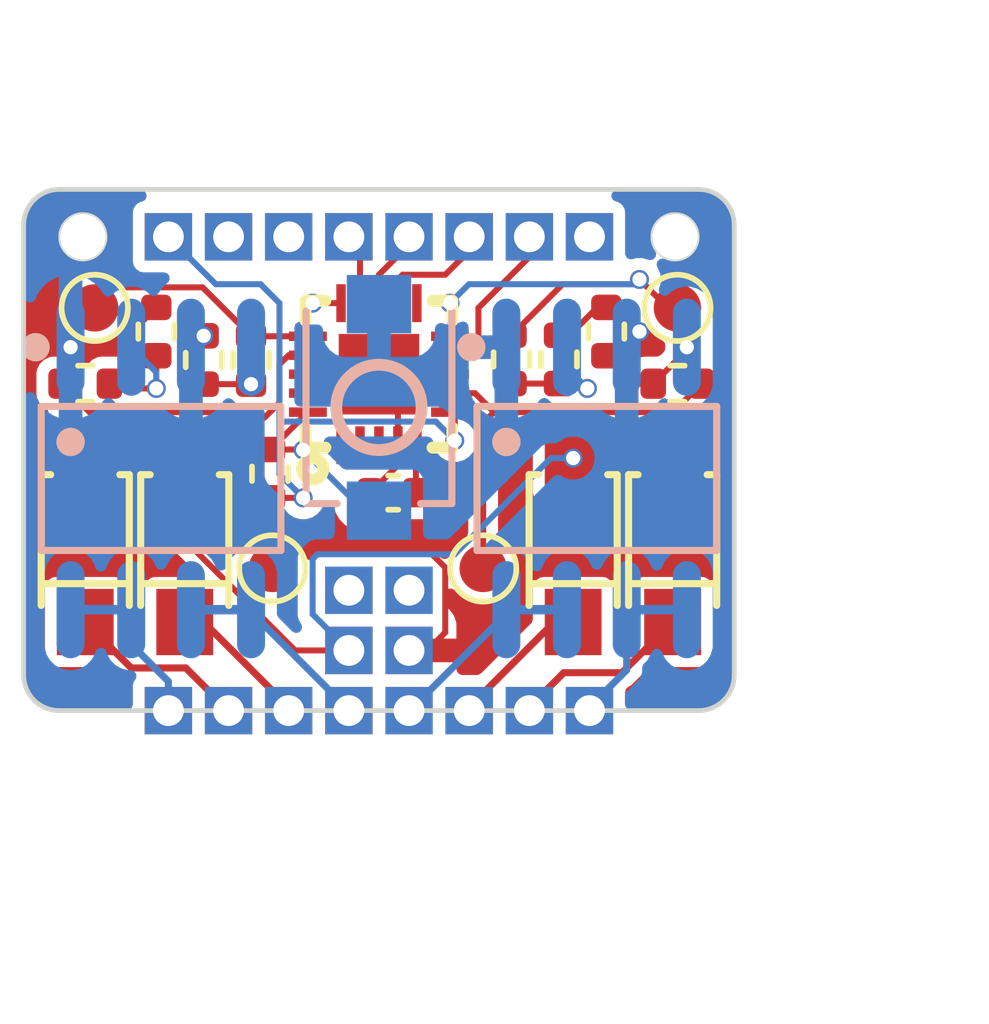
<source format=kicad_pcb>
(kicad_pcb (version 20240108) (generator "pcbnew") (generator_version "8.0")
  (title_block (title "FES AO4882") (date "2024-03-30") (rev "v1.0") (company "Aightech"))
  (layers (0 "F.Cu" signal "Front") (1 "In1.Cu" signal) (2 "In2.Cu" signal) (31 "B.Cu" signal "Back") (34 "B.Paste" user) (35 "F.Paste" user) (36 "B.SilkS" user "B.Silkscreen") (37 "F.SilkS" user "F.Silkscreen") (38 "B.Mask" user) (39 "F.Mask" user) (44 "Edge.Cuts" user))
  (net 0 "")
  (net 1 "+3.3V")
  (net 2 "GND")
  (net 4 "/extRef")
  (net 5 "/Vcap")
  (net 6 "/SWDIO{slash}POCI_ARM")
  (net 7 "/PICO_ARM")
  (net 8 "/SCLK_ARM")
  (net 9 "/SPICS_ARM")
  (net 10 "/SWCLK")
  (net 11 "/GPIO")
  (net 12 "VCC")
  (net 13 "/IO1_in")
  (net 14 "/addr_mod_0")
  (net 15 "/AIN0")
  (net 17 "/PWM1")
  (net 18 "/PWM2")
  (net 19 "/FES1in")
  (net 20 "/FES1out")
  (net 21 "/FES2in")
  (net 22 "/FES2out")
  (net 23 "/PWM3")
  (net 24 "/PWM4")
  (net 25 "/FES3in")
  (net 26 "/FES3out")
  (net 27 "/FES4in")
  (net 28 "/FES4out")
  (net 29 "/PWM2_")
  (net 30 "/PWM1_")
  (net 31 "/PWM4_")
  (net 32 "/PWM3_")
  (footprint "Resistor_SMD:R_0402_1005Metric" (layer "F.Cu") (at 27.3 27.6 -90)
    (property "Reference" "R7" (hide yes))
    (property "Value" "1k" (hide yes))
    (fp_line (start -0.153641 0.38) (end 0.153641 0.38) (stroke (width 0.12)) (layer "F.SilkS"))
    (fp_line (start -0.153641 -0.38) (end 0.153641 -0.38) (stroke (width 0.12)) (layer "F.SilkS"))
    (pad "1" smd roundrect (at -0.509999 0 270) (size 0.54 0.64) (layers "F.Cu" "F.Paste" "F.Mask") (net 24 "/PWM4"))
    (pad "2" smd roundrect (at 0.509999 0 270) (size 0.54 0.64) (layers "F.Cu" "F.Paste" "F.Mask") (net 31 "/PWM4_"))
  )
  (footprint "00_custom-footprints:PinHeader_1x01_P1.27mm_Vertical" (layer "F.Cu") (at 28.095 35)
    (property "Reference" "J22" (hide yes))
    (property "Value" "Conn_01x01_Pin" (hide yes))
    (pad "1" thru_hole rect (at 0 0) (size 1 1) (drill 0.65) (property pad_prop_castellated) (layers "*.Cu" "*.Mask") (net 27 "/FES4in"))
  )
  (footprint "00_custom-footprints:PinHeader_1x01_P1.27mm_Vertical" (layer "F.Cu") (at 25.555 25)
    (property "Reference" "J1" (hide yes))
    (property "Value" "Conn_01x01_Pin" (hide yes))
    (pad "1" thru_hole rect (at 0 0) (size 1 1) (drill 0.65) (layers "*.Cu" "*.Mask") (net 1 "+3.3V"))
  )
  (footprint "00_lcsc:SOD-123FL_L2.7-W1.8-LS3.8-RD" (layer "F.Cu") (at 23.8 31.4 90)
    (property "Reference" "U5" (hide yes))
    (property "Value" "DS12W-MS" (hide yes))
    (fp_line (start 1.38 -0.93) (end 1.379999 -0.73) (stroke (width 0.15)) (layer "F.SilkS"))
    (fp_line (start -1.38 -0.93) (end 1.38 -0.93) (stroke (width 0.15)) (layer "F.SilkS"))
    (fp_line (start -0.92 -0.88) (end -0.92 0.88) (stroke (width 0.15)) (layer "F.SilkS"))
    (fp_line (start 1.38 0.93) (end 1.379999 0.73) (stroke (width 0.15)) (layer "F.SilkS"))
    (fp_line (start -1.38 0.93) (end 1.38 0.93) (stroke (width 0.15)) (layer "F.SilkS"))
    (pad "1" smd rect (at -1.73 0 90) (size 1.4 1.2) (layers "F.Cu" "F.Paste" "F.Mask") (net 25 "/FES3in"))
    (pad "2" smd rect (at 1.73 0 90) (size 1.4 1.2) (layers "F.Cu" "F.Paste" "F.Mask") (net 12 "VCC"))
  )
  (footprint "00_custom-footprints:PinHeader_1x01_P1.27mm_Vertical" (layer "F.Cu") (at 30.635 25)
    (property "Reference" "J5" (hide yes))
    (property "Value" "Conn_01x01_Pin" (hide yes))
    (pad "1" thru_hole rect (at 0 0) (size 1 1) (drill 0.65) (layers "*.Cu" "*.Mask") (net 7 "/PICO_ARM"))
  )
  (footprint "Resistor_SMD:R_0402_1005Metric" (layer "F.Cu") (at 23.8 28.1)
    (property "Reference" "R6" (hide yes))
    (property "Value" "1k" (hide yes))
    (fp_line (start -0.153641 -0.38) (end 0.153641 -0.38) (stroke (width 0.12)) (layer "F.SilkS"))
    (fp_line (start -0.153641 0.38) (end 0.153641 0.38) (stroke (width 0.12)) (layer "F.SilkS"))
    (pad "1" smd roundrect (at -0.51 0) (size 0.54 0.64) (layers "F.Cu" "F.Paste" "F.Mask") (net 23 "/PWM3"))
    (pad "2" smd roundrect (at 0.51 0) (size 0.54 0.64) (layers "F.Cu" "F.Paste" "F.Mask") (net 32 "/PWM3_"))
  )
  (footprint "Capacitor_SMD:C_0402_1005Metric" (layer "F.Cu") (at 30.3 30.4)
    (property "Reference" "C1" (hide yes))
    (property "Value" "4.7uF" (hide yes))
    (fp_line (start -0.107836 -0.36) (end 0.107836 -0.36) (stroke (width 0.12)) (layer "F.SilkS"))
    (fp_line (start -0.107836 0.36) (end 0.107836 0.36) (stroke (width 0.12)) (layer "F.SilkS"))
    (pad "1" smd roundrect (at -0.48 0) (size 0.56 0.62) (layers "F.Cu" "F.Paste" "F.Mask") (net 2 "GND"))
    (pad "2" smd roundrect (at 0.48 0) (size 0.56 0.62) (layers "F.Cu" "F.Paste" "F.Mask") (net 5 "/Vcap"))
  )
  (footprint "Resistor_SMD:R_0402_1005Metric" (layer "F.Cu") (at 26.3 27.6 -90)
    (property "Reference" "R9" (hide yes))
    (property "Value" "2k" (hide yes))
    (fp_line (start -0.153641 0.38) (end 0.153641 0.38) (stroke (width 0.12)) (layer "F.SilkS"))
    (fp_line (start -0.153641 -0.38) (end 0.153641 -0.38) (stroke (width 0.12)) (layer "F.SilkS"))
    (pad "1" smd roundrect (at -0.509999 0 270) (size 0.54 0.64) (layers "F.Cu" "F.Paste" "F.Mask") (net 2 "GND"))
    (pad "2" smd roundrect (at 0.509999 0 270) (size 0.54 0.64) (layers "F.Cu" "F.Paste" "F.Mask") (net 31 "/PWM4_"))
  )
  (footprint "Resistor_SMD:R_0402_1005Metric" (layer "F.Cu") (at 33.8 27.587573 -90)
    (property "Reference" "R4" (hide yes))
    (property "Value" "2k" (hide yes))
    (fp_line (start -0.153641 0.38) (end 0.153641 0.38) (stroke (width 0.12)) (layer "F.SilkS"))
    (fp_line (start -0.153641 -0.38) (end 0.153641 -0.38) (stroke (width 0.12)) (layer "F.SilkS"))
    (pad "1" smd roundrect (at -0.509999 0 270) (size 0.54 0.64) (layers "F.Cu" "F.Paste" "F.Mask") (net 2 "GND"))
    (pad "2" smd roundrect (at 0.509999 0 270) (size 0.54 0.64) (layers "F.Cu" "F.Paste" "F.Mask") (net 30 "/PWM1_"))
  )
  (footprint "00_custom-footprints:TestPoint_Pad_D1.0mm" (layer "F.Cu") (at 36.3 26.5)
    (property "Reference" "J9" (hide yes))
    (property "Value" "Conn_01x01_Pin" (hide yes))
    (fp_circle (center 0 0) (end 0 0.7) (stroke (width 0.12)) (fill none) (layer "F.SilkS"))
    (pad "1" smd circle (at 0 0) (size 1 1) (layers "F.Cu" "F.Mask") (net 17 "/PWM1"))
  )
  (footprint "00_lcsc:SOD-123FL_L2.7-W1.8-LS3.8-RD" (layer "F.Cu") (at 36.2 31.4 90)
    (property "Reference" "U2" (hide yes))
    (property "Value" "DS12W-MS" (hide yes))
    (fp_line (start 1.38 -0.93) (end 1.379999 -0.73) (stroke (width 0.15)) (layer "F.SilkS"))
    (fp_line (start -1.38 -0.93) (end 1.38 -0.93) (stroke (width 0.15)) (layer "F.SilkS"))
    (fp_line (start -0.92 -0.88) (end -0.92 0.88) (stroke (width 0.15)) (layer "F.SilkS"))
    (fp_line (start 1.38 0.93) (end 1.379999 0.73) (stroke (width 0.15)) (layer "F.SilkS"))
    (fp_line (start -1.38 0.93) (end 1.38 0.93) (stroke (width 0.15)) (layer "F.SilkS"))
    (pad "1" smd rect (at -1.73 0 90) (size 1.4 1.2) (layers "F.Cu" "F.Paste" "F.Mask") (net 21 "/FES2in"))
    (pad "2" smd rect (at 1.73 0 90) (size 1.4 1.2) (layers "F.Cu" "F.Paste" "F.Mask") (net 12 "VCC"))
  )
  (footprint "00_lcsc:WQFN-20_L3.0-W3.0-P0.40-BL-EP" (layer "F.Cu") (at 30 27.9)
    (property "Reference" "U4" (hide yes))
    (property "Value" "HC32L110C6UA-SFN20TR" (hide yes))
    (fp_line (start -1.55 -1.13) (end -1.55 -1.55) (stroke (width 0.25)) (layer "F.SilkS"))
    (fp_line (start -1.55 1.55) (end -1.55 1.13) (stroke (width 0.25)) (layer "F.SilkS"))
    (fp_line (start -1.55 1.55) (end -1.13 1.55) (stroke (width 0.25)) (layer "F.SilkS"))
    (fp_line (start -1.13 -1.55) (end -1.55 -1.55) (stroke (width 0.25)) (layer "F.SilkS"))
    (fp_line (start 1.13 1.55) (end 1.55 1.55) (stroke (width 0.25)) (layer "F.SilkS"))
    (fp_line (start 1.55 -1.55) (end 1.13 -1.55) (stroke (width 0.25)) (layer "F.SilkS"))
    (fp_line (start 1.55 -1.55) (end 1.55 -1.13) (stroke (width 0.25)) (layer "F.SilkS"))
    (fp_line (start 1.55 1.13) (end 1.55 1.55) (stroke (width 0.25)) (layer "F.SilkS"))
    (fp_circle (center -1.4 2) (end -1.3 2) (stroke (width 0.25)) (fill none) (layer "F.SilkS"))
    (pad "1" smd rect (at -0.8 1.5 180) (size 0.2 0.8) (layers "F.Cu" "F.Paste" "F.Mask"))
    (pad "2" smd rect (at -0.4 1.5 180) (size 0.2 0.8) (layers "F.Cu" "F.Paste" "F.Mask"))
    (pad "3" smd rect (at 0 1.5 180) (size 0.2 0.8) (layers "F.Cu" "F.Paste" "F.Mask") (net 13 "/IO1_in"))
    (pad "4" smd rect (at 0.4 1.5 180) (size 0.2 0.8) (layers "F.Cu" "F.Paste" "F.Mask") (net 2 "GND"))
    (pad "5" smd rect (at 0.8 1.5 180) (size 0.2 0.8) (layers "F.Cu" "F.Paste" "F.Mask") (net 5 "/Vcap"))
    (pad "6" smd rect (at 1.5 0.8 90) (size 0.2 0.8) (layers "F.Cu" "F.Paste" "F.Mask") (net 1 "+3.3V"))
    (pad "7" smd rect (at 1.5 0.4 90) (size 0.2 0.8) (layers "F.Cu" "F.Paste" "F.Mask") (net 18 "/PWM2"))
    (pad "8" smd rect (at 1.5 0 90) (size 0.2 0.8) (layers "F.Cu" "F.Paste" "F.Mask"))
    (pad "9" smd rect (at 1.5 -0.4 90) (size 0.2 0.8) (layers "F.Cu" "F.Paste" "F.Mask") (net 9 "/SPICS_ARM"))
    (pad "10" smd rect (at 1.5 -0.8 90) (size 0.2 0.8) (layers "F.Cu" "F.Paste" "F.Mask") (net 17 "/PWM1"))
    (pad "11" smd rect (at 0.8 -1.5 180) (size 0.2 0.8) (layers "F.Cu" "F.Paste" "F.Mask") (net 15 "/AIN0"))
    (pad "12" smd rect (at 0.4 -1.5 180) (size 0.2 0.8) (layers "F.Cu" "F.Paste" "F.Mask") (net 8 "/SCLK_ARM"))
    (pad "13" smd rect (at 0 -1.5 180) (size 0.2 0.8) (layers "F.Cu" "F.Paste" "F.Mask") (net 7 "/PICO_ARM"))
    (pad "14" smd rect (at -0.4 -1.5 180) (size 0.2 0.8) (layers "F.Cu" "F.Paste" "F.Mask") (net 6 "/SWDIO{slash}POCI_ARM"))
    (pad "15" smd rect (at -0.8 -1.5 180) (size 0.2 0.8) (layers "F.Cu" "F.Paste" "F.Mask") (net 10 "/SWCLK"))
    (pad "16" smd rect (at -1.5 -0.8 270) (size 0.2 0.8) (layers "F.Cu" "F.Paste" "F.Mask") (net 24 "/PWM4"))
    (pad "17" smd rect (at -1.5 -0.4 270) (size 0.2 0.8) (layers "F.Cu" "F.Paste" "F.Mask") (net 23 "/PWM3"))
    (pad "18" smd rect (at -1.5 0 270) (size 0.2 0.8) (layers "F.Cu" "F.Paste" "F.Mask") (net 14 "/addr_mod_0"))
    (pad "19" smd rect (at -1.5 0.4 270) (size 0.2 0.8) (layers "F.Cu" "F.Paste" "F.Mask"))
    (pad "20" smd rect (at -1.5 0.8 270) (size 0.2 0.8) (layers "F.Cu" "F.Paste" "F.Mask") (net 11 "/GPIO"))
    (pad "21" smd rect (at 0 0 270) (size 1.7 1.7) (layers "F.Cu" "F.Paste" "F.Mask") (net 2 "GND"))
  )
  (footprint "00_custom-footprints:PinHeader_1x01_P1.27mm_Vertical" (layer "F.Cu") (at 29.365 25)
    (property "Reference" "J4" (hide yes))
    (property "Value" "Conn_01x01_Pin" (hide yes))
    (pad "1" thru_hole rect (at 0 0) (size 1 1) (drill 0.65) (layers "*.Cu" "*.Mask") (net 6 "/SWDIO{slash}POCI_ARM"))
  )
  (footprint "00_custom-footprints:PinHeader_1x01_P1.27mm_Vertical" (layer "F.Cu") (at 30.635 32.46 -90)
    (property "Reference" "J16" (hide yes))
    (property "Value" "Conn_01x01_Pin" (hide yes))
    (pad "1" thru_hole rect (at 0 0 270) (size 1 1) (drill 0.65) (layers "*.Cu" "*.Mask") (net 6 "/SWDIO{slash}POCI_ARM"))
  )
  (footprint "00_custom-footprints:PinHeader_1x01_P1.27mm_Vertical" (layer "F.Cu") (at 31.905 35)
    (property "Reference" "J11" (hide yes))
    (property "Value" "Conn_01x01_Pin" (hide yes))
    (pad "1" thru_hole rect (at 0 0) (size 1 1) (drill 0.65) (property pad_prop_castellated) (layers "*.Cu" "*.Mask") (net 19 "/FES1in"))
  )
  (footprint "Resistor_SMD:R_0402_1005Metric" (layer "F.Cu") (at 27.7 30 -90)
    (property "Reference" "R2" (hide yes))
    (property "Value" "10K" (hide yes))
    (fp_line (start -0.153641 0.38) (end 0.153641 0.38) (stroke (width 0.12)) (layer "F.SilkS"))
    (fp_line (start -0.153641 -0.38) (end 0.153641 -0.38) (stroke (width 0.12)) (layer "F.SilkS"))
    (pad "1" smd roundrect (at -0.509999 0 270) (size 0.54 0.64) (layers "F.Cu" "F.Paste" "F.Mask") (net 11 "/GPIO"))
    (pad "2" smd roundrect (at 0.509999 0 270) (size 0.54 0.64) (layers "F.Cu" "F.Paste" "F.Mask") (net 1 "+3.3V"))
  )
  (footprint "00_lcsc:SOD-123FL_L2.7-W1.8-LS3.8-RD" (layer "F.Cu") (at 25.9 31.4 90)
    (property "Reference" "U1" (hide yes))
    (property "Value" "DS12W-MS" (hide yes))
    (fp_line (start 1.38 -0.93) (end 1.379999 -0.73) (stroke (width 0.15)) (layer "F.SilkS"))
    (fp_line (start -1.38 -0.93) (end 1.38 -0.93) (stroke (width 0.15)) (layer "F.SilkS"))
    (fp_line (start -0.92 -0.88) (end -0.92 0.88) (stroke (width 0.15)) (layer "F.SilkS"))
    (fp_line (start 1.38 0.93) (end 1.379999 0.73) (stroke (width 0.15)) (layer "F.SilkS"))
    (fp_line (start -1.38 0.93) (end 1.38 0.93) (stroke (width 0.15)) (layer "F.SilkS"))
    (pad "1" smd rect (at -1.73 0 90) (size 1.4 1.2) (layers "F.Cu" "F.Paste" "F.Mask") (net 27 "/FES4in"))
    (pad "2" smd rect (at 1.73 0 90) (size 1.4 1.2) (layers "F.Cu" "F.Paste" "F.Mask") (net 12 "VCC"))
  )
  (footprint "00_custom-footprints:PinHeader_1x01_P1.27mm_Vertical" (layer "F.Cu") (at 34.445 25)
    (property "Reference" "J8" (hide yes))
    (property "Value" "Conn_01x01_Pin" (hide yes))
    (pad "1" thru_hole rect (at 0 0) (size 1 1) (drill 0.65) (layers "*.Cu" "*.Mask") (net 4 "/extRef"))
  )
  (footprint "00_custom-footprints:TestPoint_Pad_D1.0mm" (layer "F.Cu") (at 27.75 32)
    (property "Reference" "J18" (hide yes))
    (property "Value" "Conn_01x01_Pin" (hide yes))
    (fp_circle (center 0 0) (end 0 0.7) (stroke (width 0.12)) (fill none) (layer "F.SilkS"))
    (pad "1" smd circle (at 0 0) (size 1 1) (layers "F.Cu" "F.Mask") (net 23 "/PWM3"))
  )
  (footprint "00_custom-footprints:TestPoint_Pad_D1.0mm" (layer "F.Cu") (at 32.2 32)
    (property "Reference" "J10" (hide yes))
    (property "Value" "Conn_01x01_Pin" (hide yes))
    (fp_circle (center 0 0) (end 0 0.7) (stroke (width 0.12)) (fill none) (layer "F.SilkS"))
    (pad "1" smd circle (at 0 0) (size 1 1) (layers "F.Cu" "F.Mask") (net 18 "/PWM2"))
  )
  (footprint "00_custom-footprints:PinHeader_1x01_P1.27mm_Vertical" (layer "F.Cu") (at 33.175 25 180)
    (property "Reference" "J7" (hide yes))
    (property "Value" "Conn_01x01_Pin" (hide yes))
    (pad "1" thru_hole rect (at 0 0 180) (size 1 1) (drill 0.65) (layers "*.Cu" "*.Mask") (net 9 "/SPICS_ARM"))
  )
  (footprint "00_custom-footprints:PinHeader_1x01_P1.27mm_Vertical" (layer "F.Cu") (at 30.635 35)
    (property "Reference" "J12" (hide yes))
    (property "Value" "Conn_01x01_Pin" (hide yes))
    (pad "1" thru_hole rect (at 0 0) (size 1 1) (drill 0.65) (property pad_prop_castellated) (layers "*.Cu" "*.Mask") (net 20 "/FES1out"))
  )
  (footprint "00_custom-footprints:PinHeader_1x01_P1.27mm_Vertical" (layer "F.Cu") (at 30.635 33.73 -90)
    (property "Reference" "J17" (hide yes))
    (property "Value" "Conn_01x01_Pin" (hide yes))
    (pad "1" thru_hole rect (at 0 0 270) (size 1 1) (drill 0.65) (layers "*.Cu" "*.Mask") (net 2 "GND"))
  )
  (footprint "Resistor_SMD:R_0402_1005Metric" (layer "F.Cu") (at 34.8 27 -90)
    (property "Reference" "R5" (hide yes))
    (property "Value" "2k" (hide yes))
    (fp_line (start -0.153641 0.38) (end 0.153641 0.38) (stroke (width 0.12)) (layer "F.SilkS"))
    (fp_line (start -0.153641 -0.38) (end 0.153641 -0.38) (stroke (width 0.12)) (layer "F.SilkS"))
    (pad "1" smd roundrect (at -0.509999 0 270) (size 0.54 0.64) (layers "F.Cu" "F.Paste" "F.Mask") (net 2 "GND"))
    (pad "2" smd roundrect (at 0.509999 0 270) (size 0.54 0.64) (layers "F.Cu" "F.Paste" "F.Mask") (net 29 "/PWM2_"))
  )
  (footprint "Resistor_SMD:R_0402_1005Metric" (layer "F.Cu") (at 32.8 27.587573 -90)
    (property "Reference" "R1" (hide yes))
    (property "Value" "1k" (hide yes))
    (fp_line (start -0.153641 0.38) (end 0.153641 0.38) (stroke (width 0.12)) (layer "F.SilkS"))
    (fp_line (start -0.153641 -0.38) (end 0.153641 -0.38) (stroke (width 0.12)) (layer "F.SilkS"))
    (pad "1" smd roundrect (at -0.509999 0 270) (size 0.54 0.64) (layers "F.Cu" "F.Paste" "F.Mask") (net 17 "/PWM1"))
    (pad "2" smd roundrect (at 0.509999 0 270) (size 0.54 0.64) (layers "F.Cu" "F.Paste" "F.Mask") (net 30 "/PWM1_"))
  )
  (footprint "00_custom-footprints:PinHeader_1x01_P1.27mm_Vertical" (layer "F.Cu") (at 34.445 35)
    (property "Reference" "J14" (hide yes))
    (property "Value" "Conn_01x01_Pin" (hide yes))
    (pad "1" thru_hole rect (at 0 0) (size 1 1) (drill 0.65) (property pad_prop_castellated) (layers "*.Cu" "*.Mask") (net 22 "/FES2out"))
  )
  (footprint "00_custom-footprints:TestPoint_Pad_D1.0mm" (layer "F.Cu") (at 24 26.5)
    (property "Reference" "J19" (hide yes))
    (property "Value" "Conn_01x01_Pin" (hide yes))
    (fp_circle (center 0 0) (end 0 0.7) (stroke (width 0.12)) (fill none) (layer "F.SilkS"))
    (pad "1" smd circle (at 0 0) (size 1 1) (layers "F.Cu" "F.Mask") (net 24 "/PWM4"))
  )
  (footprint "00_custom-footprints:PinHeader_1x01_P1.27mm_Vertical" (layer "F.Cu") (at 33.175 35)
    (property "Reference" "J13" (hide yes))
    (property "Value" "Conn_01x01_Pin" (hide yes))
    (pad "1" thru_hole rect (at 0 0) (size 1 1) (drill 0.65) (property pad_prop_castellated) (layers "*.Cu" "*.Mask") (net 21 "/FES2in"))
  )
  (footprint "00_custom-footprints:PinHeader_1x01_P1.27mm_Vertical" (layer "F.Cu") (at 29.365 35)
    (property "Reference" "J23" (hide yes))
    (property "Value" "Conn_01x01_Pin" (hide yes))
    (pad "1" thru_hole rect (at 0 0) (size 1 1) (drill 0.65) (property pad_prop_castellated) (layers "*.Cu" "*.Mask") (net 28 "/FES4out"))
  )
  (footprint "Resistor_SMD:R_0402_1005Metric" (layer "F.Cu") (at 25.3 27 -90)
    (property "Reference" "R8" (hide yes))
    (property "Value" "2k" (hide yes))
    (fp_line (start -0.153641 0.38) (end 0.153641 0.38) (stroke (width 0.12)) (layer "F.SilkS"))
    (fp_line (start -0.153641 -0.38) (end 0.153641 -0.38) (stroke (width 0.12)) (layer "F.SilkS"))
    (pad "1" smd roundrect (at -0.509999 0 270) (size 0.54 0.64) (layers "F.Cu" "F.Paste" "F.Mask") (net 2 "GND"))
    (pad "2" smd roundrect (at 0.509999 0 270) (size 0.54 0.64) (layers "F.Cu" "F.Paste" "F.Mask") (net 32 "/PWM3_"))
  )
  (footprint "00_custom-footprints:PinHeader_1x01_P1.27mm_Vertical" (layer "F.Cu") (at 26.825 25)
    (property "Reference" "J2" (hide yes))
    (property "Value" "Conn_01x01_Pin" (hide yes))
    (pad "1" thru_hole rect (at 0 0) (size 1 1) (drill 0.65) (layers "*.Cu" "*.Mask") (net 2 "GND"))
  )
  (footprint "00_custom-footprints:PinHeader_1x01_P1.27mm_Vertical" (layer "F.Cu") (at 29.365 33.73 -90)
    (property "Reference" "J24" (hide yes))
    (property "Value" "Conn_01x01_Pin" (hide yes))
    (pad "1" thru_hole rect (at 0 0 270) (size 1 1) (drill 0.65) (layers "*.Cu" "*.Mask") (net 12 "VCC"))
  )
  (footprint "00_custom-footprints:PinHeader_1x01_P1.27mm_Vertical" (layer "F.Cu") (at 29.365 32.46 -90)
    (property "Reference" "J15" (hide yes))
    (property "Value" "Conn_01x01_Pin" (hide yes))
    (pad "1" thru_hole rect (at 0 0 270) (size 1 1) (drill 0.65) (layers "*.Cu" "*.Mask") (net 10 "/SWCLK"))
  )
  (footprint "00_custom-footprints:PinHeader_1x01_P1.27mm_Vertical" (layer "F.Cu") (at 26.825 35)
    (property "Reference" "J20" (hide yes))
    (property "Value" "Conn_01x01_Pin" (hide yes))
    (pad "1" thru_hole rect (at 0 0) (size 1 1) (drill 0.65) (property pad_prop_castellated) (layers "*.Cu" "*.Mask") (net 25 "/FES3in"))
  )
  (footprint "Resistor_SMD:R_0402_1005Metric" (layer "F.Cu") (at 36.3 28.1 180)
    (property "Reference" "R3" (hide yes))
    (property "Value" "1k" (hide yes))
    (fp_line (start -0.153641 0.38) (end 0.153641 0.38) (stroke (width 0.12)) (layer "F.SilkS"))
    (fp_line (start -0.153641 -0.38) (end 0.153641 -0.38) (stroke (width 0.12)) (layer "F.SilkS"))
    (pad "1" smd roundrect (at -0.509999 0 180) (size 0.54 0.64) (layers "F.Cu" "F.Paste" "F.Mask") (net 18 "/PWM2"))
    (pad "2" smd roundrect (at 0.509999 0 180) (size 0.54 0.64) (layers "F.Cu" "F.Paste" "F.Mask") (net 29 "/PWM2_"))
  )
  (footprint "00_lcsc:SOD-123FL_L2.7-W1.8-LS3.8-RD" (layer "F.Cu") (at 34.1 31.4 90)
    (property "Reference" "U3" (hide yes))
    (property "Value" "DS12W-MS" (hide yes))
    (fp_line (start 1.38 -0.93) (end 1.379999 -0.73) (stroke (width 0.15)) (layer "F.SilkS"))
    (fp_line (start -1.38 -0.93) (end 1.38 -0.93) (stroke (width 0.15)) (layer "F.SilkS"))
    (fp_line (start -0.92 -0.88) (end -0.92 0.88) (stroke (width 0.15)) (layer "F.SilkS"))
    (fp_line (start 1.38 0.93) (end 1.379999 0.73) (stroke (width 0.15)) (layer "F.SilkS"))
    (fp_line (start -1.38 0.93) (end 1.38 0.93) (stroke (width 0.15)) (layer "F.SilkS"))
    (pad "1" smd rect (at -1.73 0 90) (size 1.4 1.2) (layers "F.Cu" "F.Paste" "F.Mask") (net 19 "/FES1in"))
    (pad "2" smd rect (at 1.73 0 90) (size 1.4 1.2) (layers "F.Cu" "F.Paste" "F.Mask") (net 12 "VCC"))
  )
  (footprint "00_custom-footprints:PinHeader_1x01_P1.27mm_Vertical" (layer "F.Cu") (at 31.905 25)
    (property "Reference" "J6" (hide yes))
    (property "Value" "Conn_01x01_Pin" (hide yes))
    (pad "1" thru_hole rect (at 0 0) (size 1 1) (drill 0.65) (layers "*.Cu" "*.Mask") (net 8 "/SCLK_ARM"))
  )
  (footprint "00_custom-footprints:PinHeader_1x01_P1.27mm_Vertical" (layer "F.Cu") (at 28.095 25)
    (property "Reference" "J3" (hide yes))
    (property "Value" "Conn_01x01_Pin" (hide yes))
    (pad "1" thru_hole rect (at 0 0) (size 1 1) (drill 0.65) (layers "*.Cu" "*.Mask"))
  )
  (footprint "00_custom-footprints:PinHeader_1x01_P1.27mm_Vertical" (layer "F.Cu") (at 25.555 35)
    (property "Reference" "J21" (hide yes))
    (property "Value" "Conn_01x01_Pin" (hide yes))
    (pad "1" thru_hole rect (at 0 0) (size 1 1) (drill 0.65) (property pad_prop_castellated) (layers "*.Cu" "*.Mask") (net 26 "/FES3out"))
  )
  (footprint "00_lcsc:SW-SMD_L3.9-W3.0-P4.45" (layer "B.Cu") (at 30 28.6 90)
    (property "Reference" "SW1" (hide yes))
    (property "Value" "TS-1088R-02026" (hide yes))
    (fp_line (start -2.03 -1.54) (end 2.03 -1.54) (stroke (width 0.15)) (layer "B.SilkS"))
    (fp_line (start -2.03 -0.88) (end -2.03 -1.54) (stroke (width 0.15)) (layer "B.SilkS"))
    (fp_line (start -2.03 0.88) (end -2.03 1.54) (stroke (width 0.15)) (layer "B.SilkS"))
    (fp_line (start -2.03 1.54) (end 2.03 1.54) (stroke (width 0.15)) (layer "B.SilkS"))
    (fp_circle (center 0 0) (end 0.9 0) (stroke (width 0.25)) (fill none) (layer "B.SilkS"))
    (pad "1" smd rect (at -2.18 0 90) (size 1.23 1.36) (layers "B.Cu" "B.Paste" "B.Mask") (net 11 "/GPIO"))
    (pad "2" smd rect (at 2.18 0 90) (size 1.23 1.36) (layers "B.Cu" "B.Paste" "B.Mask") (net 2 "GND"))
  )
  (footprint "00_lcsc:SOIC-8_L4.9-W3.9-P1.27-LS6.0-BL" (layer "B.Cu") (at 25.4 30.1)
    (property "Reference" "Q2" (hide yes))
    (property "Value" "AO4882_C3040598" (hide yes))
    (fp_line (start -2.53 -1.52) (end 2.53 -1.52) (stroke (width 0.15)) (layer "B.SilkS"))
    (fp_line (start -2.53 1.52) (end -2.53 -1.52) (stroke (width 0.15)) (layer "B.SilkS"))
    (fp_line (start 2.53 -1.52) (end 2.53 1.52) (stroke (width 0.15)) (layer "B.SilkS"))
    (fp_line (start 2.53 1.52) (end -2.53 1.52) (stroke (width 0.15)) (layer "B.SilkS"))
    (fp_circle (center -2.65 -2.77) (end -2.5 -2.77) (stroke (width 0.3)) (fill none) (layer "B.SilkS"))
    (fp_circle (center -1.91 -0.77) (end -1.76 -0.77) (stroke (width 0.3)) (fill none) (layer "B.SilkS"))
    (pad "1" smd oval (at -1.91 -2.77) (size 0.59 2.05) (layers "B.Cu" "B.Paste" "B.Mask") (net 2 "GND"))
    (pad "2" smd oval (at -0.63 -2.77) (size 0.59 2.05) (layers "B.Cu" "B.Paste" "B.Mask") (net 32 "/PWM3_"))
    (pad "3" smd oval (at 0.63 -2.77) (size 0.59 2.05) (layers "B.Cu" "B.Paste" "B.Mask") (net 2 "GND"))
    (pad "4" smd oval (at 1.9 -2.77) (size 0.59 2.05) (layers "B.Cu" "B.Paste" "B.Mask") (net 31 "/PWM4_"))
    (pad "5" smd oval (at 1.9 2.77) (size 0.59 2.05) (layers "B.Cu" "B.Paste" "B.Mask") (net 28 "/FES4out"))
    (pad "6" smd oval (at 0.63 2.77) (size 0.59 2.05) (layers "B.Cu" "B.Paste" "B.Mask") (net 28 "/FES4out"))
    (pad "7" smd oval (at -0.63 2.77) (size 0.59 2.05) (layers "B.Cu" "B.Paste" "B.Mask") (net 26 "/FES3out"))
    (pad "8" smd oval (at -1.91 2.77) (size 0.59 2.05) (layers "B.Cu" "B.Paste" "B.Mask") (net 26 "/FES3out"))
  )
  (footprint "00_lcsc:SOIC-8_L4.9-W3.9-P1.27-LS6.0-BL" (layer "B.Cu") (at 34.6 30.1)
    (property "Reference" "Q1" (hide yes))
    (property "Value" "AO4882_C3040598" (hide yes))
    (fp_line (start -2.53 -1.52) (end 2.53 -1.52) (stroke (width 0.15)) (layer "B.SilkS"))
    (fp_line (start -2.53 1.52) (end -2.53 -1.52) (stroke (width 0.15)) (layer "B.SilkS"))
    (fp_line (start 2.53 -1.52) (end 2.53 1.52) (stroke (width 0.15)) (layer "B.SilkS"))
    (fp_line (start 2.53 1.52) (end -2.53 1.52) (stroke (width 0.15)) (layer "B.SilkS"))
    (fp_circle (center -2.65 -2.77) (end -2.5 -2.77) (stroke (width 0.3)) (fill none) (layer "B.SilkS"))
    (fp_circle (center -1.91 -0.77) (end -1.76 -0.77) (stroke (width 0.3)) (fill none) (layer "B.SilkS"))
    (pad "1" smd oval (at -1.91 -2.77) (size 0.59 2.05) (layers "B.Cu" "B.Paste" "B.Mask") (net 2 "GND"))
    (pad "2" smd oval (at -0.63 -2.77) (size 0.59 2.05) (layers "B.Cu" "B.Paste" "B.Mask") (net 30 "/PWM1_"))
    (pad "3" smd oval (at 0.63 -2.77) (size 0.59 2.05) (layers "B.Cu" "B.Paste" "B.Mask") (net 2 "GND"))
    (pad "4" smd oval (at 1.9 -2.77) (size 0.59 2.05) (layers "B.Cu" "B.Paste" "B.Mask") (net 29 "/PWM2_"))
    (pad "5" smd oval (at 1.9 2.77) (size 0.59 2.05) (layers "B.Cu" "B.Paste" "B.Mask") (net 22 "/FES2out"))
    (pad "6" smd oval (at 0.63 2.77) (size 0.59 2.05) (layers "B.Cu" "B.Paste" "B.Mask") (net 22 "/FES2out"))
    (pad "7" smd oval (at -0.63 2.77) (size 0.59 2.05) (layers "B.Cu" "B.Paste" "B.Mask") (net 20 "/FES1out"))
    (pad "8" smd oval (at -1.91 2.77) (size 0.59 2.05) (layers "B.Cu" "B.Paste" "B.Mask") (net 20 "/FES1out"))
  )
  (gr_arc (start 37.5 34.249999) (mid 37.28033 34.78033) (end 36.75 34.999999) (stroke (width 0.1)) (layer "Edge.Cuts"))
  (gr_arc (start 22.5 24.75) (mid 22.71967 24.21967) (end 23.25 24) (stroke (width 0.1)) (layer "Edge.Cuts"))
  (gr_circle (center 36.25 25) (end 36.25 24.5) (stroke (width 0.0381)) (fill none) (layer "Edge.Cuts"))
  (gr_circle (center 23.75 25) (end 23.75 24.5) (stroke (width 0.0381)) (fill none) (layer "Edge.Cuts"))
  (gr_line (start 23.25 35) (end 36.75 34.999999) (stroke (width 0.1)) (layer "Edge.Cuts"))
  (gr_line (start 37.5 34.249999) (end 37.5 24.749999) (stroke (width 0.1)) (layer "Edge.Cuts"))
  (gr_line (start 36.75 23.999999) (end 23.25 24) (stroke (width 0.1)) (layer "Edge.Cuts"))
  (gr_arc (start 36.75 23.999999) (mid 37.28033 24.219669) (end 37.5 24.749999) (stroke (width 0.1)) (layer "Edge.Cuts"))
  (gr_arc (start 23.25 35) (mid 22.71967 34.78033) (end 22.5 34.25) (stroke (width 0.1)) (layer "Edge.Cuts"))
  (gr_line (start 22.5 34.25) (end 22.5 24.75) (stroke (width 0.1)) (layer "Edge.Cuts"))
  (segment (start 31.6 29.3) (end 31.6 28.8) (width 0.127) (layer "F.Cu") (net 1))
  (segment (start 28.4 30.509999) (end 27.7 30.509999) (width 0.127) (layer "F.Cu") (net 1))
  (segment (start 31.6 28.8) (end 31.5 28.7) (width 0.127) (layer "F.Cu") (net 1))
  (via (at 28.4 30.509999) (size 0.4) (drill 0.3) (layers "F.Cu" "B.Cu") (net 1))
  (via (at 31.6 29.3) (size 0.4) (drill 0.3) (layers "F.Cu" "B.Cu") (net 1))
  (segment (start 28.4 30.509999) (end 27.9 30.009999) (width 0.127) (layer "B.Cu") (net 1))
  (segment (start 27.9 28.9) (end 31.2 28.9) (width 0.127) (layer "B.Cu") (net 1))
  (segment (start 27.9 26.4) (end 27.5 26) (width 0.127) (layer "B.Cu") (net 1))
  (segment (start 26.555 26) (end 25.555 25) (width 0.127) (layer "B.Cu") (net 1))
  (segment (start 27.5 26) (end 26.555 26) (width 0.127) (layer "B.Cu") (net 1))
  (segment (start 27.9 30.009999) (end 27.9 28.9) (width 0.127) (layer "B.Cu") (net 1))
  (segment (start 31.2 28.9) (end 31.6 29.3) (width 0.127) (layer "B.Cu") (net 1))
  (segment (start 27.9 28.9) (end 27.9 26.4) (width 0.127) (layer "B.Cu") (net 1))
  (segment (start 34.8 26.490001) (end 34.609999 26.490001) (width 0.127) (layer "F.Cu") (net 2))
  (segment (start 29.82 30.4) (end 30.4 29.82) (width 0.127) (layer "F.Cu") (net 2))
  (segment (start 35.5 27) (end 35.309999 27) (width 0.127) (layer "F.Cu") (net 2))
  (segment (start 25.3 26.490001) (end 24.460001 27.33) (width 0.127) (layer "F.Cu") (net 2))
  (segment (start 34.609999 26.490001) (end 34.022426 27.077574) (width 0.127) (layer "F.Cu") (net 2))
  (segment (start 31.4 31.98) (end 31.4 33.35) (width 0.127) (layer "F.Cu") (net 2))
  (segment (start 24.460001 27.33) (end 23.49 27.33) (width 0.127) (layer "F.Cu") (net 2))
  (segment (start 30.4 28.3) (end 30.4 29.4) (width 0.127) (layer "F.Cu") (net 2))
  (segment (start 30 27.9) (end 30.4 28.3) (width 0.127) (layer "F.Cu") (net 2))
  (segment (start 34.022426 27.077574) (end 33.8 27.077574) (width 0.127) (layer "F.Cu") (net 2))
  (segment (start 31.4 33.35) (end 31.02 33.73) (width 0.127) (layer "F.Cu") (net 2))
  (segment (start 30.4 29.82) (end 30.4 29.4) (width 0.127) (layer "F.Cu") (net 2))
  (segment (start 31.02 33.73) (end 30.635 33.73) (width 0.15) (layer "F.Cu") (net 2))
  (segment (start 35.309999 27) (end 34.8 26.490001) (width 0.127) (layer "F.Cu") (net 2))
  (segment (start 29.82 30.4) (end 31.4 31.98) (width 0.127) (layer "F.Cu") (net 2))
  (via (at 23.49 27.33) (size 0.4) (drill 0.3) (layers "F.Cu" "B.Cu") (net 2))
  (via (at 35.5 27) (size 0.4) (drill 0.3) (layers "F.Cu" "B.Cu") (net 2))
  (via (at 26.3 27.090001) (size 0.4) (drill 0.3) (layers "F.Cu" "B.Cu") (net 2))
  (segment (start 35.23 27.27) (end 35.5 27) (width 0.127) (layer "B.Cu") (net 2))
  (segment (start 35.23 27.33) (end 35.23 27.27) (width 0.127) (layer "B.Cu") (net 2))
  (segment (start 26.060001 27.33) (end 26.3 27.090001) (width 0.127) (layer "B.Cu") (net 2))
  (segment (start 26.03 27.33) (end 26.060001 27.33) (width 0.127) (layer "B.Cu") (net 2))
  (segment (start 30.78 29.42) (end 30.8 29.4) (width 0.127) (layer "F.Cu") (net 5))
  (segment (start 30.78 30.4) (end 30.78 29.42) (width 0.127) (layer "F.Cu") (net 5))
  (segment (start 29.6 25.235) (end 29.6 26.4) (width 0.127) (layer "F.Cu") (net 6))
  (segment (start 29.365 25) (end 29.6 25.235) (width 0.127) (layer "F.Cu") (net 6))
  (segment (start 30.635 25) (end 30.635 25.165) (width 0.127) (layer "F.Cu") (net 7))
  (segment (start 30 25.8) (end 30 26.4) (width 0.127) (layer "F.Cu") (net 7))
  (segment (start 30.635 25.165) (end 30 25.8) (width 0.127) (layer "F.Cu") (net 7))
  (segment (start 30.5 25.8) (end 31.4 25.8) (width 0.127) (layer "F.Cu") (net 8))
  (segment (start 30.4 25.9) (end 30.5 25.8) (width 0.127) (layer "F.Cu") (net 8))
  (segment (start 30.4 26.4) (end 30.4 25.9) (width 0.127) (layer "F.Cu") (net 8))
  (segment (start 31.4 25.8) (end 31.905 25.295) (width 0.127) (layer "F.Cu") (net 8))
  (segment (start 31.905 25.295) (end 31.905 25) (width 0.127) (layer "F.Cu") (net 8))
  (segment (start 32.1 26.5) (end 33.175 25.425) (width 0.127) (layer "F.Cu") (net 9))
  (segment (start 33.175 25.425) (end 33.175 25) (width 0.127) (layer "F.Cu") (net 9))
  (segment (start 31.5 27.5) (end 32.027 27.5) (width 0.127) (layer "F.Cu") (net 9))
  (segment (start 32.1 27.427) (end 32.1 26.5) (width 0.127) (layer "F.Cu") (net 9))
  (segment (start 32.027 27.5) (end 32.1 27.427) (width 0.127) (layer "F.Cu") (net 9))
  (segment (start 28.6 26.4) (end 29.2 26.4) (width 0.127) (layer "F.Cu") (net 10))
  (via (at 28.6 26.4) (size 0.4) (drill 0.3) (layers "F.Cu" "B.Cu") (net 10))
  (segment (start 28.4 29.5) (end 28.390001 29.490001) (width 0.127) (layer "F.Cu") (net 11))
  (segment (start 27.709999 29.490001) (end 28.5 28.7) (width 0.127) (layer "F.Cu") (net 11))
  (segment (start 27.7 29.490001) (end 27.709999 29.490001) (width 0.127) (layer "F.Cu") (net 11))
  (segment (start 28.390001 29.490001) (end 27.7 29.490001) (width 0.127) (layer "F.Cu") (net 11))
  (via (at 28.4 29.5) (size 0.4) (drill 0.3) (layers "F.Cu" "B.Cu") (net 11))
  (segment (start 29.68 30.78) (end 30 30.78) (width 0.127) (layer "B.Cu") (net 11))
  (segment (start 28.4 29.5) (end 29.68 30.78) (width 0.127) (layer "B.Cu") (net 11))
  (segment (start 25.9 31.4) (end 28.23 33.73) (width 0.127) (layer "F.Cu") (net 12))
  (segment (start 23.8 29.67) (end 25.9 29.67) (width 0.2) (layer "F.Cu") (net 12))
  (segment (start 28.23 33.73) (end 29.365 33.73) (width 0.127) (layer "F.Cu") (net 12))
  (segment (start 25.9 29.67) (end 25.9 31.4) (width 0.127) (layer "F.Cu") (net 12))
  (segment (start 34.1 29.67) (end 36.2 29.67) (width 0.2) (layer "F.Cu") (net 12))
  (via (at 34.1 29.67) (size 0.4) (drill 0.3) (layers "F.Cu" "B.Cu") (net 12))
  (segment (start 33.63 29.67) (end 31.6 31.7) (width 0.127) (layer "B.Cu") (net 12))
  (segment (start 34.1 29.67) (end 33.63 29.67) (width 0.127) (layer "B.Cu") (net 12))
  (segment (start 31.6 31.7) (end 28.7 31.7) (width 0.127) (layer "B.Cu") (net 12))
  (segment (start 28.6 31.8) (end 28.6 32.965) (width 0.127) (layer "B.Cu") (net 12))
  (segment (start 28.7 31.7) (end 28.6 31.8) (width 0.127) (layer "B.Cu") (net 12))
  (segment (start 28.6 32.965) (end 29.365 33.73) (width 0.127) (layer "B.Cu") (net 12))
  (segment (start 33.877574 26) (end 35.4 26) (width 0.127) (layer "F.Cu") (net 17))
  (segment (start 36.1 26.5) (end 36.3 26.5) (width 0.127) (layer "F.Cu") (net 17))
  (segment (start 35.4 26) (end 35.5 25.9) (width 0.127) (layer "F.Cu") (net 17))
  (segment (start 35.5 25.9) (end 36.1 26.5) (width 0.127) (layer "F.Cu") (net 17))
  (segment (start 31.5 27.1) (end 31.5 26.4) (width 0.127) (layer "F.Cu") (net 17))
  (segment (start 32.8 27.077574) (end 33.877574 26) (width 0.127) (layer "F.Cu") (net 17))
  (segment (start 32.8 27.1) (end 32.8 27.077574) (width 0.127) (layer "F.Cu") (net 17))
  (via (at 35.5 25.9) (size 0.4) (drill 0.3) (layers "F.Cu" "B.Cu") (net 17))
  (via (at 31.5 26.4) (size 0.4) (drill 0.3) (layers "F.Cu" "B.Cu") (net 17))
  (segment (start 31.9 26) (end 35.4 26) (width 0.127) (layer "B.Cu") (net 17))
  (segment (start 31.5 26.4) (end 31.9 26) (width 0.127) (layer "B.Cu") (net 17))
  (segment (start 35.4 26) (end 35.5 25.9) (width 0.127) (layer "B.Cu") (net 17))
  (segment (start 32.2 28.927) (end 32.427 28.7) (width 0.127) (layer "F.Cu") (net 18))
  (segment (start 32.427 28.7) (end 36.209999 28.7) (width 0.127) (layer "F.Cu") (net 18))
  (segment (start 31.5 28.3) (end 32.027 28.3) (width 0.127) (layer "F.Cu") (net 18))
  (segment (start 32.027 28.3) (end 32.427 28.7) (width 0.127) (layer "F.Cu") (net 18))
  (segment (start 32.2 32) (end 32.2 28.927) (width 0.127) (layer "F.Cu") (net 18))
  (segment (start 36.209999 28.7) (end 36.809999 28.1) (width 0.127) (layer "F.Cu") (net 18))
  (segment (start 34.1 33.13) (end 33.701499 33.13) (width 0.15) (layer "F.Cu") (net 19))
  (segment (start 33.701499 33.13) (end 31.905 34.926499) (width 0.15) (layer "F.Cu") (net 19))
  (segment (start 32.69 32.96) (end 30.723501 34.926499) (width 0.15) (layer "B.Cu") (net 20))
  (segment (start 32.69 32.87) (end 32.69 32.96) (width 0.15) (layer "B.Cu") (net 20))
  (segment (start 30.723501 34.926499) (end 30.635 34.926499) (width 0.15) (layer "B.Cu") (net 20))
  (segment (start 32.69 32.87) (end 33.97 32.87) (width 0.2) (layer "B.Cu") (net 20))
  (segment (start 36.2 33.13) (end 35.13 34.2) (width 0.15) (layer "F.Cu") (net 21))
  (segment (start 33.901499 34.2) (end 33.175 34.926499) (width 0.15) (layer "F.Cu") (net 21))
  (segment (start 35.13 34.2) (end 33.901499 34.2) (width 0.15) (layer "F.Cu") (net 21))
  (segment (start 35.23 34.141499) (end 34.445 34.926499) (width 0.15) (layer "B.Cu") (net 22))
  (segment (start 35.23 32.87) (end 35.23 34.141499) (width 0.15) (layer "B.Cu") (net 22))
  (segment (start 36.5 32.87) (end 35.23 32.87) (width 0.2) (layer "B.Cu") (net 22))
  (segment (start 26.9 28.8165) (end 27.2 28.8165) (width 0.127) (layer "F.Cu") (net 23))
  (segment (start 28.093 27.5) (end 28.5 27.5) (width 0.127) (layer "F.Cu") (net 23))
  (segment (start 26.7835 28.7) (end 26.9 28.8165) (width 0.127) (layer "F.Cu") (net 23))
  (segment (start 23.89 28.7) (end 26.7835 28.7) (width 0.127) (layer "F.Cu") (net 23))
  (segment (start 23.29 28.1) (end 23.89 28.7) (width 0.127) (layer "F.Cu") (net 23))
  (segment (start 27.5835 28.8165) (end 27.9 28.5) (width 0.127) (layer "F.Cu") (net 23))
  (segment (start 27.9 27.693) (end 28.093 27.5) (width 0.127) (layer "F.Cu") (net 23))
  (segment (start 27.9 28.5) (end 27.9 27.693) (width 0.127) (layer "F.Cu") (net 23))
  (segment (start 27.75 31.957106) (end 26.9 31.107106) (width 0.127) (layer "F.Cu") (net 23))
  (segment (start 27.75 32) (end 27.75 31.957106) (width 0.127) (layer "F.Cu") (net 23))
  (segment (start 26.9 31.107106) (end 26.9 28.8165) (width 0.127) (layer "F.Cu") (net 23))
  (segment (start 27.2 28.8165) (end 27.5835 28.8165) (width 0.127) (layer "F.Cu") (net 23))
  (segment (start 28.5 27.1) (end 27.309999 27.1) (width 0.127) (layer "F.Cu") (net 24))
  (segment (start 26.2765 26.066501) (end 27.3 27.090001) (width 0.127) (layer "F.Cu") (net 24))
  (segment (start 24 26.5) (end 24.433499 26.066501) (width 0.127) (layer "F.Cu") (net 24))
  (segment (start 24.433499 26.066501) (end 26.2765 26.066501) (width 0.127) (layer "F.Cu") (net 24))
  (segment (start 27.309999 27.1) (end 27.3 27.090001) (width 0.127) (layer "F.Cu") (net 24))
  (segment (start 24.77 34.1) (end 25.9235 34.1) (width 0.15) (layer "F.Cu") (net 25))
  (segment (start 25.9235 34.1) (end 26.75 34.9265) (width 0.15) (layer "F.Cu") (net 25))
  (segment (start 23.8 33.13) (end 24.77 34.1) (width 0.15) (layer "F.Cu") (net 25))
  (segment (start 25.555 34.385) (end 25.555 34.9265) (width 0.15) (layer "B.Cu") (net 26))
  (segment (start 24.77 32.87) (end 24.77 33.6) (width 0.15) (layer "B.Cu") (net 26))
  (segment (start 23.49 32.87) (end 24.77 32.87) (width 0.2) (layer "B.Cu") (net 26))
  (segment (start 24.77 33.6) (end 25.555 34.385) (width 0.15) (layer "B.Cu") (net 26))
  (segment (start 25.9 33.13) (end 26.2985 33.13) (width 0.15) (layer "F.Cu") (net 27))
  (segment (start 26.2985 33.13) (end 28.095 34.9265) (width 0.15) (layer "F.Cu") (net 27))
  (segment (start 29.3065 34.9265) (end 29.365 34.9265) (width 0.15) (layer "B.Cu") (net 28))
  (segment (start 27.3 32.92) (end 29.3065 34.9265) (width 0.15) (layer "B.Cu") (net 28))
  (segment (start 26.03 32.87) (end 27.3 32.87) (width 0.2) (layer "B.Cu") (net 28))
  (segment (start 27.3 32.87) (end 27.3 32.92) (width 0.15) (layer "B.Cu") (net 28))
  (segment (start 35.390001 28.1) (end 34.8 27.509999) (width 0.127) (layer "F.Cu") (net 29))
  (segment (start 36.5 27.33) (end 36.5 27.390001) (width 0.127) (layer "F.Cu") (net 29))
  (segment (start 36.5 27.390001) (end 35.790001 28.1) (width 0.127) (layer "F.Cu") (net 29))
  (segment (start 35.790001 28.1) (end 35.390001 28.1) (width 0.127) (layer "F.Cu") (net 29))
  (via (at 36.5 27.33) (size 0.4) (drill 0.3) (layers "F.Cu" "B.Cu") (net 29))
  (segment (start 32.8 28.097572) (end 32.800001 28.097573) (width 0.127) (layer "F.Cu") (net 30))
  (segment (start 32.800001 28.097573) (end 33.712426 28.097573) (width 0.127) (layer "F.Cu") (net 30))
  (segment (start 33.8 28.097572) (end 34.297572 28.097572) (width 0.127) (layer "F.Cu") (net 30))
  (segment (start 34.297572 28.097572) (end 34.4 28.2) (width 0.127) (layer "F.Cu") (net 30))
  (via (at 34.4 28.2) (size 0.4) (drill 0.3) (layers "F.Cu" "B.Cu") (net 30))
  (segment (start 34.4 28.2) (end 33.97 27.77) (width 0.127) (layer "B.Cu") (net 30))
  (segment (start 33.97 27.77) (end 33.97 27.33) (width 0.127) (layer "B.Cu") (net 30))
  (segment (start 26.3 28.109999) (end 27.3 28.109999) (width 0.127) (layer "F.Cu") (net 31))
  (via (at 27.3 28.109999) (size 0.4) (drill 0.3) (layers "F.Cu" "B.Cu") (net 31))
  (segment (start 27.3 27.33) (end 27.3 28.109999) (width 0.127) (layer "B.Cu") (net 31))
  (segment (start 24.31 28.1) (end 24.41 28.2) (width 0.127) (layer "F.Cu") (net 32))
  (segment (start 24.41 28.2) (end 25.3 28.2) (width 0.127) (layer "F.Cu") (net 32))
  (segment (start 25.3 27.509999) (end 25.3 28.2) (width 0.127) (layer "F.Cu") (net 32))
  (via (at 25.3 28.2) (size 0.4) (drill 0.3) (layers "F.Cu" "B.Cu") (net 32))
  (segment (start 25.3 28.2) (end 25.3 27.86) (width 0.127) (layer "B.Cu") (net 32))
  (segment (start 25.3 27.86) (end 24.77 27.33) (width 0.127) (layer "B.Cu") (net 32))
  (zone (net 2) (net_name "GND") (layers "F.Cu" "In1.Cu" "In2.Cu" "B.Cu") (connect_pads (clearance 0.25)) (min_thickness 0.25) (fill yes (thermal_gap 0.5) (thermal_bridge_width 0.5))
    (polygon (pts (xy 22 23.5) (xy 38 23.5) (xy 38 36.5) (xy 22 36.5)))
  )
)
</source>
